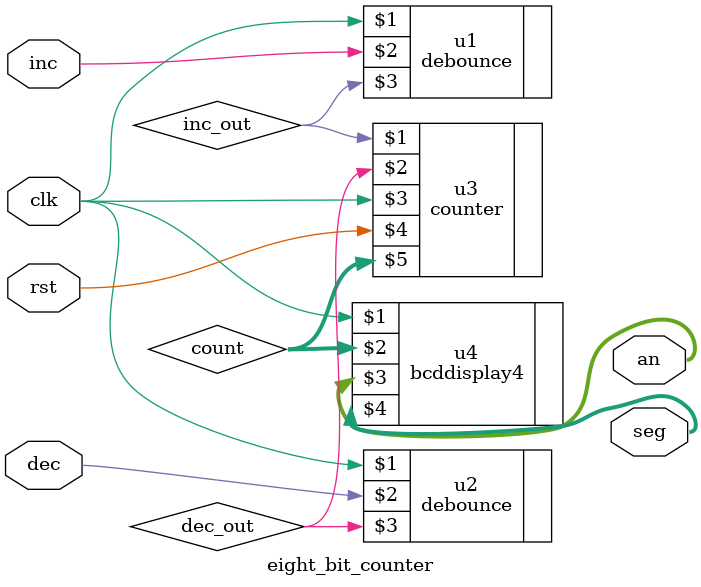
<source format=v>
`timescale 1ns / 1ps


module eight_bit_counter(
    input clk,
    input inc,
    input dec,
    input rst,
    output [6:0] seg,
    output [3:0] an
    );
    
    wire inc_out;
    wire dec_out;
    wire [7:0] count;
    
    debounce u1(clk, inc, inc_out);
    debounce u2(clk, dec, dec_out);
    counter u3(inc_out, dec_out, clk, rst, count);
    
    bcddisplay4 u4(clk, count, an, seg);
    
endmodule

</source>
